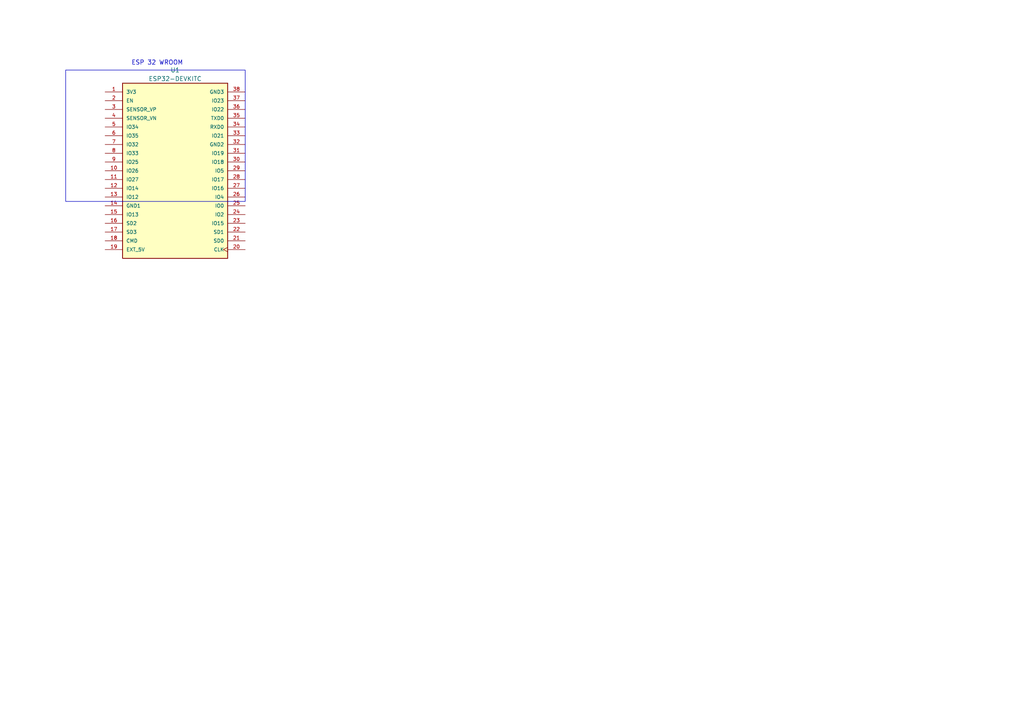
<source format=kicad_sch>
(kicad_sch (version 20230121) (generator eeschema)
  (paper "A4")
  (lib_symbols
    (symbol "ESP32-DEVKITC:ESP32-DEVKITC" (pin_names (offset 1.016))
      (property "Reference" "U" (at -15.2572 26.0643 0))
      (property "Value" "ESP32-DEVKITC" (at -15.2563 -27.9698 0))
      (symbol "ESP32-DEVKITC_0_0"
        (rectangle (start -15.24 -25.4) (end 15.24 25.4) (stroke (width 0.254)) (fill (type background)))
        (pin power_in line (at -20.32 22.86 0) (length 5.08) (name "3V3") (number "1"))
        (pin bidirectional line (at -20.32 0 0) (length 5.08) (name "IO26") (number "10"))
        (pin bidirectional line (at -20.32 -2.54 0) (length 5.08) (name "IO27") (number "11"))
        (pin bidirectional line (at -20.32 -5.08 0) (length 5.08) (name "IO14") (number "12"))
        (pin bidirectional line (at -20.32 -7.62 0) (length 5.08) (name "IO12") (number "13"))
        (pin power_in line (at -20.32 -10.16 0) (length 5.08) (name "GND1") (number "14"))
        (pin bidirectional line (at -20.32 -12.7 0) (length 5.08) (name "IO13") (number "15"))
        (pin bidirectional line (at -20.32 -15.24 0) (length 5.08) (name "SD2") (number "16"))
        (pin bidirectional line (at -20.32 -17.78 0) (length 5.08) (name "SD3") (number "17"))
        (pin bidirectional line (at -20.32 -20.32 0) (length 5.08) (name "CMD") (number "18"))
        (pin power_in line (at -20.32 -22.86 0) (length 5.08) (name "EXT_5V") (number "19"))
        (pin input line (at -20.32 20.32 0) (length 5.08) (name "EN") (number "2"))
        (pin input clock (at 20.32 -22.86 180) (length 5.08) (name "CLK") (number "20"))
        (pin bidirectional line (at 20.32 -20.32 180) (length 5.08) (name "SD0") (number "21"))
        (pin bidirectional line (at 20.32 -17.78 180) (length 5.08) (name "SD1") (number "22"))
        (pin bidirectional line (at 20.32 -15.24 180) (length 5.08) (name "IO15") (number "23"))
        (pin bidirectional line (at 20.32 -12.7 180) (length 5.08) (name "IO2") (number "24"))
        (pin bidirectional line (at 20.32 -10.16 180) (length 5.08) (name "IO0") (number "25"))
        (pin bidirectional line (at 20.32 -7.62 180) (length 5.08) (name "IO4") (number "26"))
        (pin bidirectional line (at 20.32 -5.08 180) (length 5.08) (name "IO16") (number "27"))
        (pin bidirectional line (at 20.32 -2.54 180) (length 5.08) (name "IO17") (number "28"))
        (pin bidirectional line (at 20.32 0 180) (length 5.08) (name "IO5") (number "29"))
        (pin input line (at -20.32 17.78 0) (length 5.08) (name "SENSOR_VP") (number "3"))
        (pin bidirectional line (at 20.32 2.54 180) (length 5.08) (name "IO18") (number "30"))
        (pin bidirectional line (at 20.32 5.08 180) (length 5.08) (name "IO19") (number "31"))
        (pin power_in line (at 20.32 7.62 180) (length 5.08) (name "GND2") (number "32"))
        (pin bidirectional line (at 20.32 10.16 180) (length 5.08) (name "IO21") (number "33"))
        (pin input line (at 20.32 12.7 180) (length 5.08) (name "RXD0") (number "34"))
        (pin output line (at 20.32 15.24 180) (length 5.08) (name "TXD0") (number "35"))
        (pin bidirectional line (at 20.32 17.78 180) (length 5.08) (name "IO22") (number "36"))
        (pin bidirectional line (at 20.32 20.32 180) (length 5.08) (name "IO23") (number "37"))
        (pin power_in line (at 20.32 22.86 180) (length 5.08) (name "GND3") (number "38"))
        (pin input line (at -20.32 15.24 0) (length 5.08) (name "SENSOR_VN") (number "4"))
        (pin bidirectional line (at -20.32 12.7 0) (length 5.08) (name "IO34") (number "5"))
        (pin bidirectional line (at -20.32 10.16 0) (length 5.08) (name "IO35") (number "6"))
        (pin bidirectional line (at -20.32 7.62 0) (length 5.08) (name "IO32") (number "7"))
        (pin bidirectional line (at -20.32 5.08 0) (length 5.08) (name "IO33") (number "8"))
        (pin bidirectional line (at -20.32 2.54 0) (length 5.08) (name "IO25") (number "9"))
      )
    )
  )
  (rectangle (start 19.05 20.32) (end 71.12 58.42))
  (text "ESP 32 WROOM" (at 38.1 19.05 0) (effects (font (size 1.27 1.27)) (justify left bottom)))
  (symbol (lib_id "ESP32-DEVKITC:ESP32-DEVKITC") (at 50.8 49.53 0) (unit 1)
    (property "Reference" "U1" (at 50.8 20.32 0))
    (property "Value" "ESP32-DEVKITC" (at 50.8 22.86 0))
    (property "Footprint" "MODULE_ESP32-DEVKITC" (effects hide))
    (property "STANDARD" "Manufacturer Recommendations" (effects hide))
    (property "MANUFACTURER" "ESPRESSIF" (effects hide))
    (property "PARTREV" "N/A" (effects hide))
  )
)
</source>
